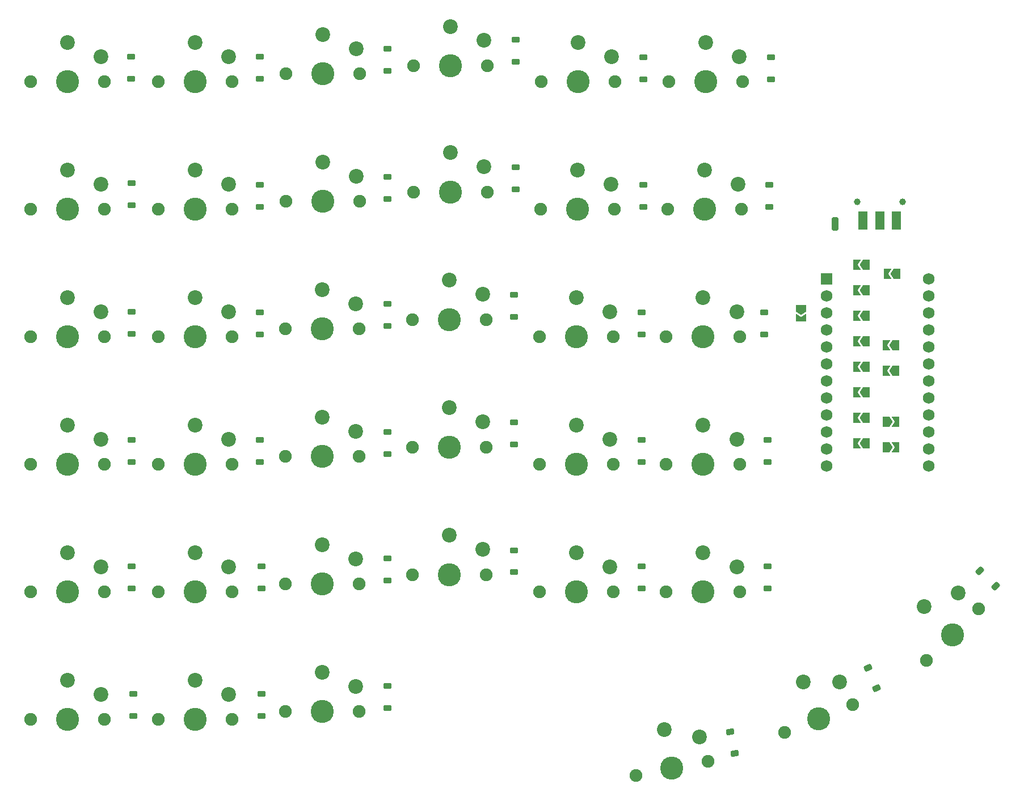
<source format=gbr>
%TF.GenerationSoftware,KiCad,Pcbnew,7.0.10*%
%TF.CreationDate,2024-03-21T17:00:33-05:00*%
%TF.ProjectId,Tair,54616972-2e6b-4696-9361-645f70636258,rev?*%
%TF.SameCoordinates,Original*%
%TF.FileFunction,Soldermask,Top*%
%TF.FilePolarity,Negative*%
%FSLAX46Y46*%
G04 Gerber Fmt 4.6, Leading zero omitted, Abs format (unit mm)*
G04 Created by KiCad (PCBNEW 7.0.10) date 2024-03-21 17:00:33*
%MOMM*%
%LPD*%
G01*
G04 APERTURE LIST*
G04 Aperture macros list*
%AMRoundRect*
0 Rectangle with rounded corners*
0 $1 Rounding radius*
0 $2 $3 $4 $5 $6 $7 $8 $9 X,Y pos of 4 corners*
0 Add a 4 corners polygon primitive as box body*
4,1,4,$2,$3,$4,$5,$6,$7,$8,$9,$2,$3,0*
0 Add four circle primitives for the rounded corners*
1,1,$1+$1,$2,$3*
1,1,$1+$1,$4,$5*
1,1,$1+$1,$6,$7*
1,1,$1+$1,$8,$9*
0 Add four rect primitives between the rounded corners*
20,1,$1+$1,$2,$3,$4,$5,0*
20,1,$1+$1,$4,$5,$6,$7,0*
20,1,$1+$1,$6,$7,$8,$9,0*
20,1,$1+$1,$8,$9,$2,$3,0*%
%AMFreePoly0*
4,1,6,1.000000,0.000000,0.500000,-0.750000,-0.500000,-0.750000,-0.500000,0.750000,0.500000,0.750000,1.000000,0.000000,1.000000,0.000000,$1*%
%AMFreePoly1*
4,1,6,0.500000,-0.750000,-0.650000,-0.750000,-0.150000,0.000000,-0.650000,0.750000,0.500000,0.750000,0.500000,-0.750000,0.500000,-0.750000,$1*%
G04 Aperture macros list end*
%ADD10C,1.900000*%
%ADD11C,3.450000*%
%ADD12C,2.200000*%
%ADD13RoundRect,0.250000X0.250000X0.750000X-0.250000X0.750000X-0.250000X-0.750000X0.250000X-0.750000X0*%
%ADD14FreePoly0,180.000000*%
%ADD15FreePoly1,180.000000*%
%ADD16RoundRect,0.225000X0.375000X-0.225000X0.375000X0.225000X-0.375000X0.225000X-0.375000X-0.225000X0*%
%ADD17FreePoly1,270.000000*%
%ADD18FreePoly0,270.000000*%
%ADD19FreePoly1,0.000000*%
%ADD20FreePoly0,0.000000*%
%ADD21RoundRect,0.225000X0.432559X-0.064367X0.260351X0.351379X-0.432559X0.064367X-0.260351X-0.351379X0*%
%ADD22RoundRect,0.225000X0.424264X0.106066X0.106066X0.424264X-0.424264X-0.106066X-0.106066X-0.424264X0*%
%ADD23R,1.752600X1.752600*%
%ADD24C,1.752600*%
%ADD25RoundRect,0.225000X0.411690X-0.147518X0.323899X0.293836X-0.411690X0.147518X-0.323899X-0.293836X0*%
%ADD26C,1.000000*%
%ADD27RoundRect,0.102000X0.600000X1.250000X-0.600000X1.250000X-0.600000X-1.250000X0.600000X-1.250000X0*%
G04 APERTURE END LIST*
D10*
%TO.C,S25*%
X75278736Y-101648797D03*
D11*
X80778736Y-101648797D03*
D10*
X86278736Y-101648797D03*
D12*
X80778736Y-95748797D03*
X85778736Y-97848797D03*
%TD*%
D10*
%TO.C,S2*%
X56328733Y-45689422D03*
D11*
X61828733Y-45689422D03*
D10*
X67328733Y-45689422D03*
D12*
X61828733Y-39789422D03*
X66828733Y-41889422D03*
%TD*%
D10*
%TO.C,S32*%
X113178733Y-121889422D03*
D11*
X118678733Y-121889422D03*
D10*
X124178733Y-121889422D03*
D12*
X118678733Y-115989422D03*
X123678733Y-118089422D03*
%TD*%
D13*
%TO.C,GND*%
X157288733Y-66880422D03*
%TD*%
D14*
%TO.C,JP4*%
X166525733Y-74357422D03*
D15*
X165075733Y-74357422D03*
%TD*%
D10*
%TO.C,S31*%
X113178733Y-102839422D03*
D11*
X118678733Y-102839422D03*
D10*
X124178733Y-102839422D03*
D12*
X118678733Y-96939422D03*
X123678733Y-99039422D03*
%TD*%
D16*
%TO.C,D15*%
X90530733Y-82108797D03*
X90530733Y-78808797D03*
%TD*%
D10*
%TO.C,S16*%
X94228729Y-81208172D03*
D11*
X99728729Y-81208172D03*
D10*
X105228729Y-81208172D03*
D12*
X99728729Y-75308172D03*
X104728729Y-77408172D03*
%TD*%
D10*
%TO.C,S30*%
X127558547Y-149290612D03*
D11*
X132952866Y-148217615D03*
D10*
X138347185Y-147144618D03*
D12*
X131801833Y-142430982D03*
X137115449Y-143515179D03*
%TD*%
D10*
%TO.C,S12*%
X132328735Y-64739422D03*
D11*
X137828735Y-64739422D03*
D10*
X143328735Y-64739422D03*
D12*
X137828735Y-58839422D03*
X142828735Y-60939422D03*
%TD*%
D16*
%TO.C,D12*%
X147528733Y-64357422D03*
X147528733Y-61057422D03*
%TD*%
%TO.C,D14*%
X71446733Y-83425422D03*
X71446733Y-80125422D03*
%TD*%
D10*
%TO.C,S34*%
X132128732Y-102839422D03*
D11*
X137628732Y-102839422D03*
D10*
X143128732Y-102839422D03*
D12*
X137628732Y-96939422D03*
X142628732Y-99039422D03*
%TD*%
D14*
%TO.C,JP9*%
X161953733Y-92010422D03*
D15*
X160503733Y-92010422D03*
%TD*%
D10*
%TO.C,S26*%
X75278736Y-120698797D03*
D11*
X80778736Y-120698797D03*
D10*
X86278736Y-120698797D03*
D12*
X80778736Y-114798797D03*
X85778736Y-116898797D03*
%TD*%
D10*
%TO.C,S19*%
X37278733Y-102839422D03*
D11*
X42778733Y-102839422D03*
D10*
X48278733Y-102839422D03*
D12*
X42778733Y-96939422D03*
X47778733Y-99039422D03*
%TD*%
D10*
%TO.C,S23*%
X56328732Y-121889422D03*
D11*
X61828732Y-121889422D03*
D10*
X67328732Y-121889422D03*
D12*
X61828732Y-115989422D03*
X66828732Y-118089422D03*
%TD*%
D14*
%TO.C,JP10*%
X161953733Y-95820422D03*
D15*
X160503733Y-95820422D03*
%TD*%
D10*
%TO.C,S4*%
X94428733Y-43308172D03*
D11*
X99928733Y-43308172D03*
D10*
X105428733Y-43308172D03*
D12*
X99928733Y-37408172D03*
X104928733Y-39508172D03*
%TD*%
D16*
%TO.C,D3*%
X90530733Y-43998797D03*
X90530733Y-40698797D03*
%TD*%
D17*
%TO.C,JP5*%
X152246733Y-80929422D03*
D18*
X152246733Y-79479422D03*
%TD*%
D16*
%TO.C,D32*%
X128444733Y-121307422D03*
X128444733Y-118007422D03*
%TD*%
%TO.C,D19*%
X52362733Y-99193422D03*
X52362733Y-102493422D03*
%TD*%
%TO.C,D11*%
X128672733Y-64357422D03*
X128672733Y-61057422D03*
%TD*%
%TO.C,D22*%
X71446733Y-99193422D03*
X71446733Y-102493422D03*
%TD*%
%TO.C,D16*%
X109360733Y-80790172D03*
X109360733Y-77490172D03*
%TD*%
%TO.C,D34*%
X147274733Y-99193422D03*
X147274733Y-102493422D03*
%TD*%
D19*
%TO.C,JP13*%
X166398733Y-100265422D03*
D20*
X164948733Y-100265422D03*
%TD*%
D10*
%TO.C,S11*%
X113378736Y-64739422D03*
D11*
X118878736Y-64739422D03*
D10*
X124378736Y-64739422D03*
D12*
X118878736Y-58839422D03*
X123878736Y-60939422D03*
%TD*%
D16*
%TO.C,D7*%
X52362733Y-64103422D03*
X52362733Y-60803422D03*
%TD*%
%TO.C,D35*%
X147274733Y-121307422D03*
X147274733Y-118007422D03*
%TD*%
D10*
%TO.C,S8*%
X56328732Y-64739422D03*
D11*
X61828732Y-64739422D03*
D10*
X67328732Y-64739422D03*
D12*
X61828732Y-58839422D03*
X66828732Y-60939422D03*
%TD*%
D10*
%TO.C,S36*%
X170930809Y-132129403D03*
D11*
X174819896Y-128240316D03*
D10*
X178708983Y-124351229D03*
D12*
X170647966Y-124068386D03*
X175668424Y-122017776D03*
%TD*%
D16*
%TO.C,D31*%
X128444733Y-99193422D03*
X128444733Y-102493422D03*
%TD*%
D10*
%TO.C,S17*%
X113178733Y-83789422D03*
D11*
X118678733Y-83789422D03*
D10*
X124178733Y-83789422D03*
D12*
X118678733Y-77889422D03*
X123678733Y-79989422D03*
%TD*%
D14*
%TO.C,JP6*%
X161953733Y-80580422D03*
D15*
X160503733Y-80580422D03*
%TD*%
D16*
%TO.C,D21*%
X52616733Y-140375422D03*
X52616733Y-137075422D03*
%TD*%
%TO.C,D9*%
X90530733Y-63166797D03*
X90530733Y-59866797D03*
%TD*%
D10*
%TO.C,S21*%
X37278733Y-140939422D03*
D11*
X42778733Y-140939422D03*
D10*
X48278733Y-140939422D03*
D12*
X42778733Y-135039422D03*
X47778733Y-137139422D03*
%TD*%
D14*
%TO.C,JP8*%
X161953733Y-88200422D03*
D15*
X160503733Y-88200422D03*
%TD*%
D10*
%TO.C,S13*%
X37278733Y-83789422D03*
D11*
X42778733Y-83789422D03*
D10*
X48278733Y-83789422D03*
D12*
X42778733Y-77889422D03*
X47778733Y-79989422D03*
%TD*%
D16*
%TO.C,D1*%
X52218733Y-45189422D03*
X52218733Y-41889422D03*
%TD*%
%TO.C,D23*%
X71700733Y-121307422D03*
X71700733Y-118007422D03*
%TD*%
D21*
%TO.C,D33*%
X163532055Y-136280777D03*
X162269199Y-133231975D03*
%TD*%
D10*
%TO.C,S7*%
X37278733Y-64739422D03*
D11*
X42778733Y-64739422D03*
D10*
X48278733Y-64739422D03*
D12*
X42778733Y-58839422D03*
X47778733Y-60939422D03*
%TD*%
D14*
%TO.C,JP20*%
X166398733Y-88835422D03*
D15*
X164948733Y-88835422D03*
%TD*%
D16*
%TO.C,D17*%
X128444733Y-83425422D03*
X128444733Y-80125422D03*
%TD*%
D10*
%TO.C,S18*%
X132128732Y-83789422D03*
D11*
X137628732Y-83789422D03*
D10*
X143128732Y-83789422D03*
D12*
X137628732Y-77889422D03*
X142628732Y-79989422D03*
%TD*%
D14*
%TO.C,JP11*%
X161953733Y-99630422D03*
D15*
X160503733Y-99630422D03*
%TD*%
D16*
%TO.C,D24*%
X71700733Y-140375422D03*
X71700733Y-137075422D03*
%TD*%
D14*
%TO.C,JP21*%
X166398733Y-85025422D03*
D15*
X164948733Y-85025422D03*
%TD*%
D10*
%TO.C,S3*%
X75378733Y-44498797D03*
D11*
X80878733Y-44498797D03*
D10*
X86378733Y-44498797D03*
D12*
X80878733Y-38598797D03*
X85878733Y-40698797D03*
%TD*%
D16*
%TO.C,D26*%
X90530733Y-120116797D03*
X90530733Y-116816797D03*
%TD*%
%TO.C,D8*%
X71446733Y-64357422D03*
X71446733Y-61057422D03*
%TD*%
D10*
%TO.C,S20*%
X37278733Y-121889422D03*
D11*
X42778733Y-121889422D03*
D10*
X48278733Y-121889422D03*
D12*
X42778733Y-115989422D03*
X47778733Y-118089422D03*
%TD*%
D22*
%TO.C,D36*%
X181241838Y-121020753D03*
X178908386Y-118687301D03*
%TD*%
D10*
%TO.C,S5*%
X113478733Y-45689422D03*
D11*
X118978733Y-45689422D03*
D10*
X124478733Y-45689422D03*
D12*
X118978733Y-39789422D03*
X123978733Y-41889422D03*
%TD*%
D16*
%TO.C,D10*%
X109614733Y-61722172D03*
X109614733Y-58422172D03*
%TD*%
D14*
%TO.C,JP2*%
X161953733Y-72960422D03*
D15*
X160503733Y-72960422D03*
%TD*%
D10*
%TO.C,S9*%
X75378732Y-63548797D03*
D11*
X80878732Y-63548797D03*
D10*
X86378732Y-63548797D03*
D12*
X80878732Y-57648797D03*
X85878732Y-59748797D03*
%TD*%
D14*
%TO.C,JP7*%
X161953733Y-84390422D03*
D15*
X160503733Y-84390422D03*
%TD*%
D16*
%TO.C,D27*%
X90530733Y-139184797D03*
X90530733Y-135884797D03*
%TD*%
D10*
%TO.C,S10*%
X94428732Y-62158172D03*
D11*
X99928732Y-62158172D03*
D10*
X105428732Y-62158172D03*
D12*
X99928732Y-56258172D03*
X104928732Y-58358172D03*
%TD*%
D23*
%TO.C,U1*%
X156018733Y-75135422D03*
D24*
X156018733Y-77675422D03*
X156018733Y-80215422D03*
X156018733Y-82755422D03*
X156018733Y-85295422D03*
X156018733Y-87835422D03*
X156018733Y-90375422D03*
X156018733Y-92915422D03*
X156018733Y-95455422D03*
X156018733Y-97995422D03*
X156018733Y-100535422D03*
X156018733Y-103075422D03*
X171258733Y-103075422D03*
X171258733Y-100535422D03*
X171258733Y-97995422D03*
X171258733Y-95455422D03*
X171258733Y-92915422D03*
X171258733Y-90375422D03*
X171258733Y-87835422D03*
X171258733Y-85295422D03*
X171258733Y-82755422D03*
X171258733Y-80215422D03*
X171258733Y-77675422D03*
X171258733Y-75135422D03*
%TD*%
D25*
%TO.C,D30*%
X141684981Y-142744905D03*
X142328779Y-145981497D03*
%TD*%
D26*
%TO.C,S37*%
X167382733Y-63605422D03*
X160582733Y-63605422D03*
D27*
X166482733Y-66355422D03*
X163982733Y-66355422D03*
X161482733Y-66355422D03*
%TD*%
D10*
%TO.C,S6*%
X132528733Y-45689422D03*
D11*
X138028733Y-45689422D03*
D10*
X143528733Y-45689422D03*
D12*
X138028733Y-39789422D03*
X143028733Y-41889422D03*
%TD*%
D16*
%TO.C,D20*%
X52362733Y-121307422D03*
X52362733Y-118007422D03*
%TD*%
D10*
%TO.C,S28*%
X94228729Y-100258172D03*
D11*
X99728729Y-100258172D03*
D10*
X105228729Y-100258172D03*
D12*
X99728729Y-94358172D03*
X104728729Y-96458172D03*
%TD*%
D16*
%TO.C,D13*%
X52362733Y-83299422D03*
X52362733Y-79999422D03*
%TD*%
D19*
%TO.C,JP12*%
X166398733Y-96455422D03*
D20*
X164948733Y-96455422D03*
%TD*%
D16*
%TO.C,D2*%
X71428733Y-45189422D03*
X71428733Y-41889422D03*
%TD*%
D10*
%TO.C,S22*%
X56328732Y-102839422D03*
D11*
X61828732Y-102839422D03*
D10*
X67328732Y-102839422D03*
D12*
X61828732Y-96939422D03*
X66828732Y-99039422D03*
%TD*%
D10*
%TO.C,S29*%
X94228729Y-119308172D03*
D11*
X99728729Y-119308172D03*
D10*
X105228729Y-119308172D03*
D12*
X99728729Y-113408172D03*
X104728729Y-115508172D03*
%TD*%
D10*
%TO.C,S24*%
X56328732Y-140939422D03*
D11*
X61828732Y-140939422D03*
D10*
X67328732Y-140939422D03*
D12*
X61828732Y-135039422D03*
X66828732Y-137139422D03*
%TD*%
D10*
%TO.C,S33*%
X149741145Y-142878556D03*
D11*
X154822482Y-140773797D03*
D10*
X159903819Y-138669038D03*
D12*
X152564650Y-135322908D03*
X157987683Y-135349638D03*
%TD*%
D16*
%TO.C,D18*%
X146766733Y-83425422D03*
X146766733Y-80125422D03*
%TD*%
%TO.C,D28*%
X109360733Y-99858172D03*
X109360733Y-96558172D03*
%TD*%
D10*
%TO.C,S1*%
X37278733Y-45689422D03*
D11*
X42778733Y-45689422D03*
D10*
X48278733Y-45689422D03*
D12*
X42778733Y-39789422D03*
X47778733Y-41889422D03*
%TD*%
D14*
%TO.C,JP3*%
X161953733Y-76770422D03*
D15*
X160503733Y-76770422D03*
%TD*%
D10*
%TO.C,S27*%
X75278736Y-139748797D03*
D11*
X80778736Y-139748797D03*
D10*
X86278736Y-139748797D03*
D12*
X80778736Y-133848797D03*
X85778736Y-135948797D03*
%TD*%
D16*
%TO.C,D6*%
X147782733Y-45307422D03*
X147782733Y-42007422D03*
%TD*%
%TO.C,D29*%
X109360733Y-118926172D03*
X109360733Y-115626172D03*
%TD*%
D10*
%TO.C,S15*%
X75278736Y-82598797D03*
D11*
X80778736Y-82598797D03*
D10*
X86278736Y-82598797D03*
D12*
X80778736Y-76698797D03*
X85778736Y-78798797D03*
%TD*%
D16*
%TO.C,D4*%
X109614733Y-42672172D03*
X109614733Y-39372172D03*
%TD*%
D10*
%TO.C,S35*%
X132128732Y-121889422D03*
D11*
X137628732Y-121889422D03*
D10*
X143128732Y-121889422D03*
D12*
X137628732Y-115989422D03*
X142628732Y-118089422D03*
%TD*%
D10*
%TO.C,S14*%
X56328732Y-83789422D03*
D11*
X61828732Y-83789422D03*
D10*
X67328732Y-83789422D03*
D12*
X61828732Y-77889422D03*
X66828732Y-79989422D03*
%TD*%
D16*
%TO.C,D5*%
X128698733Y-45307422D03*
X128698733Y-42007422D03*
%TD*%
%TO.C,D25*%
X90530733Y-98002797D03*
X90530733Y-101302797D03*
%TD*%
M02*

</source>
